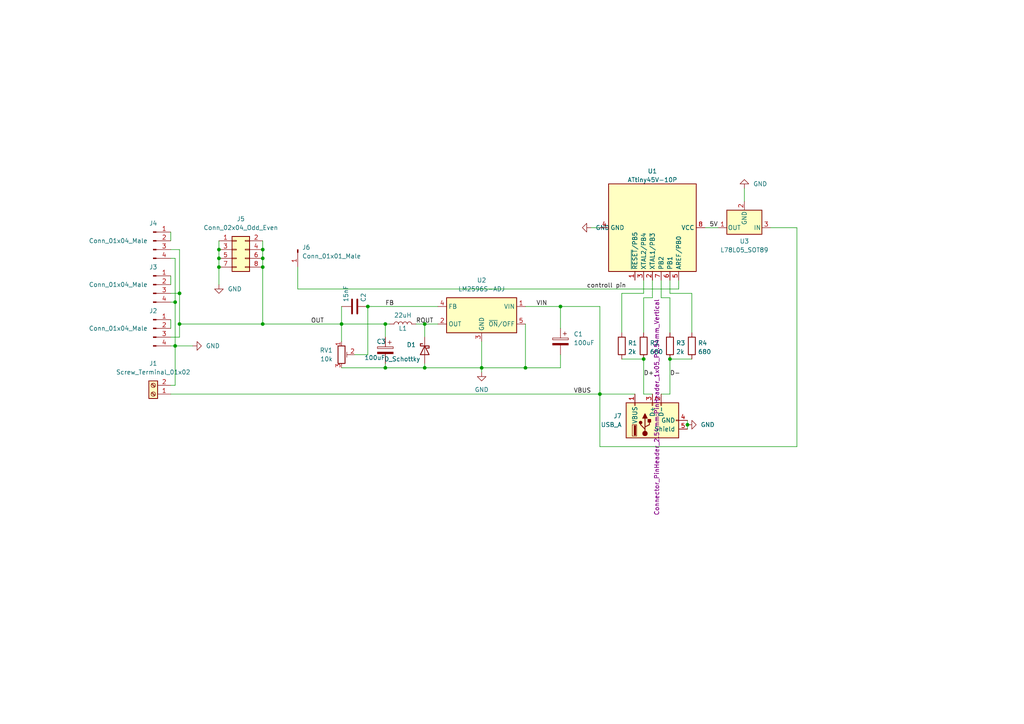
<source format=kicad_sch>
(kicad_sch (version 20211123) (generator eeschema)
  (paper "A4")
  (lib_symbols
    (symbol "Connector:Conn_01x01_Male" (pin_names (offset 1.016) hide)
      (property "Reference" "J" (at 0 2.54 0))
      (property "Value" "Conn_01x01_Male" (at 0 -2.54 0))
      (symbol "Conn_01x01_Male_1_1"
        (polyline (pts (xy 1.27 0) (xy 0.8636 0)) (stroke (width 0.1524)))
        (rectangle (start 0.8636 0.127) (end 0 -0.127) (stroke (width 0.1524)) (fill (type outline)))
        (pin passive line (at 5.08 0 180) (length 3.81) (name "Pin_1") (number "1"))
      )
    )
    (symbol "Connector:Conn_01x04_Male" (pin_names (offset 1.016) hide)
      (property "Reference" "J" (at 0 5.08 0))
      (property "Value" "Conn_01x04_Male" (at 0 -7.62 0))
      (symbol "Conn_01x04_Male_1_1"
        (polyline (pts (xy 1.27 -5.08) (xy 0.8636 -5.08)) (stroke (width 0.1524)))
        (polyline (pts (xy 1.27 -2.54) (xy 0.8636 -2.54)) (stroke (width 0.1524)))
        (polyline (pts (xy 1.27 0) (xy 0.8636 0)) (stroke (width 0.1524)))
        (polyline (pts (xy 1.27 2.54) (xy 0.8636 2.54)) (stroke (width 0.1524)))
        (rectangle (start 0.8636 -4.953) (end 0 -5.207) (stroke (width 0.1524)) (fill (type outline)))
        (rectangle (start 0.8636 -2.413) (end 0 -2.667) (stroke (width 0.1524)) (fill (type outline)))
        (rectangle (start 0.8636 0.127) (end 0 -0.127) (stroke (width 0.1524)) (fill (type outline)))
        (rectangle (start 0.8636 2.667) (end 0 2.413) (stroke (width 0.1524)) (fill (type outline)))
        (pin passive line (at 5.08 2.54 180) (length 3.81) (name "Pin_1") (number "1"))
        (pin passive line (at 5.08 0 180) (length 3.81) (name "Pin_2") (number "2"))
        (pin passive line (at 5.08 -2.54 180) (length 3.81) (name "Pin_3") (number "3"))
        (pin passive line (at 5.08 -5.08 180) (length 3.81) (name "Pin_4") (number "4"))
      )
    )
    (symbol "Connector:Screw_Terminal_01x02" (pin_names (offset 1.016) hide)
      (property "Reference" "J" (at 0 2.54 0))
      (property "Value" "Screw_Terminal_01x02" (at 0 -5.08 0))
      (symbol "Screw_Terminal_01x02_1_1"
        (rectangle (start -1.27 1.27) (end 1.27 -3.81) (stroke (width 0.254)) (fill (type background)))
        (circle (center 0 -2.54) (radius 0.635) (stroke (width 0.1524)))
        (polyline (pts (xy -0.5334 -2.2098) (xy 0.3302 -3.048)) (stroke (width 0.1524)))
        (polyline (pts (xy -0.5334 0.3302) (xy 0.3302 -0.508)) (stroke (width 0.1524)))
        (polyline (pts (xy -0.3556 -2.032) (xy 0.508 -2.8702)) (stroke (width 0.1524)))
        (polyline (pts (xy -0.3556 0.508) (xy 0.508 -0.3302)) (stroke (width 0.1524)))
        (circle (center 0 0) (radius 0.635) (stroke (width 0.1524)))
        (pin passive line (at -5.08 0 0) (length 3.81) (name "Pin_1") (number "1"))
        (pin passive line (at -5.08 -2.54 0) (length 3.81) (name "Pin_2") (number "2"))
      )
    )
    (symbol "Connector:USB_A" (pin_names (offset 1.016))
      (property "Reference" "J" (at -5.08 11.43 0))
      (property "Value" "USB_A" (at -5.08 8.89 0))
      (symbol "USB_A_0_1"
        (rectangle (start -5.08 -7.62) (end 5.08 7.62) (stroke (width 0.254)) (fill (type background)))
        (circle (center -3.81 2.159) (radius 0.635) (stroke (width 0.254)) (fill (type outline)))
        (rectangle (start -1.524 4.826) (end -4.318 5.334) (fill (type outline)))
        (rectangle (start -1.27 4.572) (end -4.572 5.842))
        (circle (center -0.635 3.429) (radius 0.381) (stroke (width 0.254)) (fill (type outline)))
        (rectangle (start -0.127 -7.62) (end 0.127 -6.858))
        (polyline (pts (xy -3.175 2.159) (xy -2.54 2.159) (xy -1.27 3.429) (xy -0.635 3.429)) (stroke (width 0.254)))
        (polyline (pts (xy -2.54 2.159) (xy -1.905 2.159) (xy -1.27 0.889) (xy 0 0.889)) (stroke (width 0.254)))
        (polyline (pts (xy 0.635 2.794) (xy 0.635 1.524) (xy 1.905 2.159) (xy 0.635 2.794)) (stroke (width 0.254)) (fill (type outline)))
        (rectangle (start 0.254 1.27) (end -0.508 0.508) (stroke (width 0.254)) (fill (type outline)))
        (rectangle (start 5.08 -2.667) (end 4.318 -2.413))
        (rectangle (start 5.08 -0.127) (end 4.318 0.127))
        (rectangle (start 5.08 4.953) (end 4.318 5.207))
      )
      (symbol "USB_A_1_1"
        (polyline (pts (xy -1.905 2.159) (xy 0.635 2.159)) (stroke (width 0.254)))
        (pin power_in line (at 7.62 5.08 180) (length 2.54) (name "VBUS") (number "1"))
        (pin bidirectional line (at 7.62 -2.54 180) (length 2.54) (name "D-") (number "2"))
        (pin bidirectional line (at 7.62 0 180) (length 2.54) (name "D+") (number "3"))
        (pin power_in line (at 0 -10.16 90) (length 2.54) (name "GND") (number "4"))
        (pin passive line (at -2.54 -10.16 90) (length 2.54) (name "Shield") (number "5"))
      )
    )
    (symbol "Connector_Generic:Conn_02x04_Odd_Even" (pin_names (offset 1.016) hide)
      (property "Reference" "J" (at 1.27 5.08 0))
      (property "Value" "Conn_02x04_Odd_Even" (at 1.27 -7.62 0))
      (symbol "Conn_02x04_Odd_Even_1_1"
        (rectangle (start -1.27 -4.953) (end 0 -5.207) (stroke (width 0.1524)))
        (rectangle (start -1.27 -2.413) (end 0 -2.667) (stroke (width 0.1524)))
        (rectangle (start -1.27 0.127) (end 0 -0.127) (stroke (width 0.1524)))
        (rectangle (start -1.27 2.667) (end 0 2.413) (stroke (width 0.1524)))
        (rectangle (start -1.27 3.81) (end 3.81 -6.35) (stroke (width 0.254)) (fill (type background)))
        (rectangle (start 3.81 -4.953) (end 2.54 -5.207) (stroke (width 0.1524)))
        (rectangle (start 3.81 -2.413) (end 2.54 -2.667) (stroke (width 0.1524)))
        (rectangle (start 3.81 0.127) (end 2.54 -0.127) (stroke (width 0.1524)))
        (rectangle (start 3.81 2.667) (end 2.54 2.413) (stroke (width 0.1524)))
        (pin passive line (at -5.08 2.54 0) (length 3.81) (name "Pin_1") (number "1"))
        (pin passive line (at 7.62 2.54 180) (length 3.81) (name "Pin_2") (number "2"))
        (pin passive line (at -5.08 0 0) (length 3.81) (name "Pin_3") (number "3"))
        (pin passive line (at 7.62 0 180) (length 3.81) (name "Pin_4") (number "4"))
        (pin passive line (at -5.08 -2.54 0) (length 3.81) (name "Pin_5") (number "5"))
        (pin passive line (at 7.62 -2.54 180) (length 3.81) (name "Pin_6") (number "6"))
        (pin passive line (at -5.08 -5.08 0) (length 3.81) (name "Pin_7") (number "7"))
        (pin passive line (at 7.62 -5.08 180) (length 3.81) (name "Pin_8") (number "8"))
      )
    )
    (symbol "Device:C" (pin_numbers hide) (pin_names (offset 0.254))
      (property "Reference" "C" (at 0.635 2.54 0))
      (property "Value" "C" (at 0.635 -2.54 0))
      (symbol "C_0_1"
        (polyline (pts (xy -2.032 -0.762) (xy 2.032 -0.762)) (stroke (width 0.508)))
        (polyline (pts (xy -2.032 0.762) (xy 2.032 0.762)) (stroke (width 0.508)))
      )
      (symbol "C_1_1"
        (pin passive line (at 0 3.81 270) (length 2.794) (name "~") (number "1"))
        (pin passive line (at 0 -3.81 90) (length 2.794) (name "~") (number "2"))
      )
    )
    (symbol "Device:C_Polarized" (pin_numbers hide) (pin_names (offset 0.254))
      (property "Reference" "C" (at 0.635 2.54 0))
      (property "Value" "C_Polarized" (at 0.635 -2.54 0))
      (symbol "C_Polarized_0_1"
        (rectangle (start -2.286 0.508) (end 2.286 1.016))
        (polyline (pts (xy -1.778 2.286) (xy -0.762 2.286)))
        (polyline (pts (xy -1.27 2.794) (xy -1.27 1.778)))
        (rectangle (start 2.286 -0.508) (end -2.286 -1.016) (fill (type outline)))
      )
      (symbol "C_Polarized_1_1"
        (pin passive line (at 0 3.81 270) (length 2.794) (name "~") (number "1"))
        (pin passive line (at 0 -3.81 90) (length 2.794) (name "~") (number "2"))
      )
    )
    (symbol "Device:D_Schottky" (pin_numbers hide) (pin_names (offset 1.016) hide)
      (property "Reference" "D" (at 0 2.54 0))
      (property "Value" "D_Schottky" (at 0 -2.54 0))
      (symbol "D_Schottky_0_1"
        (polyline (pts (xy 1.27 0) (xy -1.27 0)))
        (polyline (pts (xy 1.27 1.27) (xy 1.27 -1.27) (xy -1.27 0) (xy 1.27 1.27)) (stroke (width 0.254)))
        (polyline (pts (xy -1.905 0.635) (xy -1.905 1.27) (xy -1.27 1.27) (xy -1.27 -1.27) (xy -0.635 -1.27) (xy -0.635 -0.635)) (stroke (width 0.254)))
      )
      (symbol "D_Schottky_1_1"
        (pin passive line (at -3.81 0 0) (length 2.54) (name "K") (number "1"))
        (pin passive line (at 3.81 0 180) (length 2.54) (name "A") (number "2"))
      )
    )
    (symbol "Device:L" (pin_numbers hide) (pin_names (offset 1.016) hide)
      (property "Reference" "L" (at -1.27 0 90))
      (property "Value" "L" (at 1.905 0 90))
      (symbol "L_0_1"
        (arc (start 0 -2.54) (mid 0.635 -1.905) (end 0 -1.27))
        (arc (start 0 -1.27) (mid 0.635 -0.635) (end 0 0))
        (arc (start 0 0) (mid 0.635 0.635) (end 0 1.27))
        (arc (start 0 1.27) (mid 0.635 1.905) (end 0 2.54))
      )
      (symbol "L_1_1"
        (pin passive line (at 0 3.81 270) (length 1.27) (name "1") (number "1"))
        (pin passive line (at 0 -3.81 90) (length 1.27) (name "2") (number "2"))
      )
    )
    (symbol "Device:R" (pin_numbers hide) (pin_names (offset 0))
      (property "Reference" "R" (at 2.032 0 90))
      (property "Value" "R" (at 0 0 90))
      (symbol "R_0_1"
        (rectangle (start -1.016 -2.54) (end 1.016 2.54) (stroke (width 0.254)))
      )
      (symbol "R_1_1"
        (pin passive line (at 0 3.81 270) (length 1.27) (name "~") (number "1"))
        (pin passive line (at 0 -3.81 90) (length 1.27) (name "~") (number "2"))
      )
    )
    (symbol "Device:R_Potentiometer_Trim" (pin_names (offset 1.016) hide)
      (property "Reference" "RV" (at -4.445 0 90))
      (property "Value" "R_Potentiometer_Trim" (at -2.54 0 90))
      (symbol "R_Potentiometer_Trim_0_1"
        (polyline (pts (xy 1.524 0.762) (xy 1.524 -0.762)))
        (polyline (pts (xy 2.54 0) (xy 1.524 0)))
        (rectangle (start 1.016 2.54) (end -1.016 -2.54) (stroke (width 0.254)))
      )
      (symbol "R_Potentiometer_Trim_1_1"
        (pin passive line (at 0 3.81 270) (length 1.27) (name "1") (number "1"))
        (pin passive line (at 3.81 0 180) (length 1.27) (name "2") (number "2"))
        (pin passive line (at 0 -3.81 90) (length 1.27) (name "3") (number "3"))
      )
    )
    (symbol "MCU_Microchip_ATtiny:ATtiny45V-10P"
      (property "Reference" "U" (at -12.7 13.97 0))
      (property "Value" "ATtiny45V-10P" (at 2.54 -13.97 0))
      (symbol "ATtiny45V-10P_0_1"
        (rectangle (start -12.7 -12.7) (end 12.7 12.7) (stroke (width 0.254)) (fill (type background)))
      )
      (symbol "ATtiny45V-10P_1_1"
        (pin bidirectional line (at 15.24 -5.08 180) (length 2.54) (name "~{RESET}/PB5") (number "1"))
        (pin bidirectional line (at 15.24 0 180) (length 2.54) (name "XTAL1/PB3") (number "2"))
        (pin bidirectional line (at 15.24 -2.54 180) (length 2.54) (name "XTAL2/PB4") (number "3"))
        (pin power_in line (at 0 -15.24 90) (length 2.54) (name "GND") (number "4"))
        (pin bidirectional line (at 15.24 7.62 180) (length 2.54) (name "AREF/PB0") (number "5"))
        (pin bidirectional line (at 15.24 5.08 180) (length 2.54) (name "PB1") (number "6"))
        (pin bidirectional line (at 15.24 2.54 180) (length 2.54) (name "PB2") (number "7"))
        (pin power_in line (at 0 15.24 270) (length 2.54) (name "VCC") (number "8"))
      )
    )
    (symbol "Regulator_Linear:L78L05_SOT89" (pin_names (offset 0.254))
      (property "Reference" "U" (at -3.81 3.175 0))
      (property "Value" "L78L05_SOT89" (at -0.635 3.175 0))
      (symbol "L78L05_SOT89_0_1"
        (rectangle (start -5.08 1.905) (end 5.08 -5.08) (stroke (width 0.254)) (fill (type background)))
      )
      (symbol "L78L05_SOT89_1_1"
        (pin power_out line (at 7.62 0 180) (length 2.54) (name "OUT") (number "1"))
        (pin power_in line (at 0 -7.62 90) (length 2.54) (name "GND") (number "2"))
        (pin power_in line (at -7.62 0 0) (length 2.54) (name "IN") (number "3"))
      )
    )
    (symbol "Regulator_Switching:LM2596S-ADJ"
      (property "Reference" "U" (at -10.16 6.35 0))
      (property "Value" "LM2596S-ADJ" (at 0 6.35 0))
      (symbol "LM2596S-ADJ_0_1"
        (rectangle (start -10.16 5.08) (end 10.16 -5.08) (stroke (width 0.254)) (fill (type background)))
      )
      (symbol "LM2596S-ADJ_1_1"
        (pin power_in line (at -12.7 2.54 0) (length 2.54) (name "VIN") (number "1"))
        (pin output line (at 12.7 -2.54 180) (length 2.54) (name "OUT") (number "2"))
        (pin power_in line (at 0 -7.62 90) (length 2.54) (name "GND") (number "3"))
        (pin input line (at 12.7 2.54 180) (length 2.54) (name "FB") (number "4"))
        (pin input line (at -12.7 -2.54 0) (length 2.54) (name "~{ON}/OFF") (number "5"))
      )
    )
    (symbol "power:GND" (power) (pin_names (offset 0))
      (property "Value" "GND" (at 0 -3.81 0))
      (symbol "GND_0_1"
        (polyline (pts (xy 0 0) (xy 0 -1.27) (xy 1.27 -1.27) (xy 0 -2.54) (xy -1.27 -1.27) (xy 0 -1.27)))
      )
      (symbol "GND_1_1"
        (pin power_in line (at 0 0 270) (length 0) hide (name "GND") (number "1"))
      )
    )
  )
  (junction (at 199.39 123.19))
  (junction (at 173.99 114.3))
  (junction (at 152.4 106.68))
  (junction (at 186.69 104.14))
  (junction (at 111.76 93.98))
  (junction (at 76.2 74.93))
  (junction (at 162.56 88.9))
  (junction (at 76.2 93.98))
  (junction (at 50.8 100.33))
  (junction (at 99.06 93.98))
  (junction (at 52.07 85.09))
  (junction (at 76.2 77.47))
  (junction (at 63.5 72.39))
  (junction (at 123.19 93.98))
  (junction (at 50.8 87.63))
  (junction (at 111.76 106.68))
  (junction (at 123.19 106.68))
  (junction (at 52.07 93.98))
  (junction (at 106.68 88.9))
  (junction (at 63.5 74.93))
  (junction (at 76.2 72.39))
  (junction (at 63.5 77.47))
  (junction (at 139.7 106.68))
  (junction (at 194.31 104.14))
  (wire (pts (xy 215.9 54.61) (xy 215.9 58.42)))
  (wire (pts (xy 50.8 87.63) (xy 50.8 100.33)))
  (wire (pts (xy 184.15 114.3) (xy 173.99 114.3)))
  (wire (pts (xy 194.31 86.36) (xy 194.31 96.52)))
  (wire (pts (xy 231.14 66.04) (xy 223.52 66.04)))
  (wire (pts (xy 52.07 85.09) (xy 52.07 72.39)))
  (wire (pts (xy 139.7 99.06) (xy 139.7 106.68)))
  (wire (pts (xy 194.31 81.28) (xy 194.31 85.09)))
  (wire (pts (xy 189.23 114.3) (xy 186.69 114.3)))
  (wire (pts (xy 186.69 114.3) (xy 186.69 104.14)))
  (wire (pts (xy 106.68 88.9) (xy 127 88.9)))
  (wire (pts (xy 52.07 93.98) (xy 76.2 93.98)))
  (wire (pts (xy 76.2 77.47) (xy 76.2 93.98)))
  (wire (pts (xy 52.07 97.79) (xy 52.07 93.98)))
  (wire (pts (xy 186.69 85.09) (xy 180.34 85.09)))
  (wire (pts (xy 76.2 74.93) (xy 76.2 77.47)))
  (wire (pts (xy 99.06 93.98) (xy 99.06 99.06)))
  (wire (pts (xy 199.39 123.19) (xy 199.39 124.46)))
  (wire (pts (xy 49.53 100.33) (xy 50.8 100.33)))
  (wire (pts (xy 173.99 114.3) (xy 173.99 129.54)))
  (wire (pts (xy 63.5 69.85) (xy 63.5 72.39)))
  (wire (pts (xy 76.2 93.98) (xy 99.06 93.98)))
  (wire (pts (xy 49.53 74.93) (xy 50.8 74.93)))
  (wire (pts (xy 50.8 100.33) (xy 55.88 100.33)))
  (wire (pts (xy 52.07 72.39) (xy 49.53 72.39)))
  (wire (pts (xy 52.07 85.09) (xy 49.53 85.09)))
  (wire (pts (xy 86.36 83.82) (xy 86.36 77.47)))
  (wire (pts (xy 186.69 81.28) (xy 186.69 85.09)))
  (wire (pts (xy 106.68 102.87) (xy 102.87 102.87)))
  (wire (pts (xy 111.76 105.41) (xy 111.76 106.68)))
  (wire (pts (xy 194.31 85.09) (xy 200.66 85.09)))
  (wire (pts (xy 99.06 93.98) (xy 111.76 93.98)))
  (wire (pts (xy 49.53 97.79) (xy 52.07 97.79)))
  (wire (pts (xy 123.19 106.68) (xy 139.7 106.68)))
  (wire (pts (xy 200.66 85.09) (xy 200.66 96.52)))
  (wire (pts (xy 189.23 81.28) (xy 189.23 86.36)))
  (wire (pts (xy 76.2 69.85) (xy 76.2 72.39)))
  (wire (pts (xy 76.2 72.39) (xy 76.2 74.93)))
  (wire (pts (xy 196.85 81.28) (xy 196.85 83.82)))
  (wire (pts (xy 191.77 114.3) (xy 194.31 114.3)))
  (wire (pts (xy 63.5 72.39) (xy 63.5 74.93)))
  (wire (pts (xy 111.76 93.98) (xy 111.76 97.79)))
  (wire (pts (xy 99.06 93.98) (xy 99.06 88.9)))
  (wire (pts (xy 162.56 95.25) (xy 162.56 88.9)))
  (wire (pts (xy 127 93.98) (xy 123.19 93.98)))
  (wire (pts (xy 199.39 121.92) (xy 199.39 123.19)))
  (wire (pts (xy 171.45 66.04) (xy 173.99 66.04)))
  (wire (pts (xy 49.53 92.71) (xy 49.53 95.25)))
  (wire (pts (xy 123.19 105.41) (xy 123.19 106.68)))
  (wire (pts (xy 86.36 83.82) (xy 196.85 83.82)))
  (wire (pts (xy 49.53 87.63) (xy 50.8 87.63)))
  (wire (pts (xy 191.77 86.36) (xy 194.31 86.36)))
  (wire (pts (xy 139.7 106.68) (xy 139.7 107.95)))
  (wire (pts (xy 52.07 93.98) (xy 52.07 85.09)))
  (wire (pts (xy 99.06 106.68) (xy 111.76 106.68)))
  (wire (pts (xy 162.56 106.68) (xy 152.4 106.68)))
  (wire (pts (xy 63.5 77.47) (xy 63.5 82.55)))
  (wire (pts (xy 49.53 111.76) (xy 50.8 111.76)))
  (wire (pts (xy 50.8 74.93) (xy 50.8 87.63)))
  (wire (pts (xy 152.4 93.98) (xy 152.4 106.68)))
  (wire (pts (xy 113.03 93.98) (xy 111.76 93.98)))
  (wire (pts (xy 162.56 102.87) (xy 162.56 106.68)))
  (wire (pts (xy 123.19 93.98) (xy 120.65 93.98)))
  (wire (pts (xy 152.4 106.68) (xy 139.7 106.68)))
  (wire (pts (xy 173.99 129.54) (xy 231.14 129.54)))
  (wire (pts (xy 49.53 80.01) (xy 49.53 82.55)))
  (wire (pts (xy 191.77 81.28) (xy 191.77 86.36)))
  (wire (pts (xy 162.56 88.9) (xy 152.4 88.9)))
  (wire (pts (xy 194.31 114.3) (xy 194.31 104.14)))
  (wire (pts (xy 173.99 114.3) (xy 173.99 88.9)))
  (wire (pts (xy 189.23 86.36) (xy 186.69 86.36)))
  (wire (pts (xy 186.69 86.36) (xy 186.69 96.52)))
  (wire (pts (xy 180.34 85.09) (xy 180.34 96.52)))
  (wire (pts (xy 106.68 88.9) (xy 106.68 102.87)))
  (wire (pts (xy 173.99 88.9) (xy 162.56 88.9)))
  (wire (pts (xy 63.5 74.93) (xy 63.5 77.47)))
  (wire (pts (xy 49.53 114.3) (xy 173.99 114.3)))
  (wire (pts (xy 50.8 100.33) (xy 50.8 111.76)))
  (wire (pts (xy 49.53 67.31) (xy 49.53 69.85)))
  (wire (pts (xy 111.76 106.68) (xy 123.19 106.68)))
  (wire (pts (xy 123.19 93.98) (xy 123.19 97.79)))
  (wire (pts (xy 194.31 104.14) (xy 200.66 104.14)))
  (wire (pts (xy 204.47 66.04) (xy 208.28 66.04)))
  (wire (pts (xy 231.14 129.54) (xy 231.14 66.04)))
  (wire (pts (xy 180.34 104.14) (xy 186.69 104.14)))
  (label "OUT" (at 90.17 93.98 0))
  (label "FB" (at 114.3 88.9 180))
  (label "VIN" (at 158.75 88.9 180))
  (label "5V" (at 205.74 66.04 0))
  (label "D+" (at 186.69 109.22 0))
  (label "D-" (at 194.31 109.22 0))
  (label "controll pin" (at 170.18 83.82 0))
  (label "VBUS" (at 166.37 114.3 0))
  (label "ROUT" (at 125.73 93.98 180))
  (symbol (lib_id "Device:R_Potentiometer_Trim") (at 99.06 102.87 0) (unit 1)
    (property "Reference" "RV1" (at 96.52 101.5999 0) (effects (justify right)))
    (property "Value" "10k" (at 96.52 104.14 0) (effects (justify right)))
    (property "Footprint" "Potentiometer_THT:Potentiometer_Bourns_3266Y_Vertical" (effects hide))
  )
  (symbol (lib_id "Connector_Generic:Conn_02x04_Odd_Even") (at 68.58 72.39 0) (unit 1)
    (property "Reference" "J5" (at 69.85 63.5 0))
    (property "Value" "Conn_02x04_Odd_Even" (at 69.85 66.04 0))
    (property "Footprint" "Connector_PinHeader_2.54mm:PinHeader_2x04_P2.54mm_Vertical" (effects hide))
  )
  (symbol (lib_id "Device:C_Polarized") (at 111.76 101.6 0) (mirror y) (unit 1)
    (property "Reference" "C3" (at 109.22 99.06 0) (effects (justify right)))
    (property "Value" "100uF" (at 111.76 103.7591 0) (effects (justify left)))
    (property "Footprint" "Capacitor_THT:CP_Radial_D6.3mm_P2.50mm" (effects hide))
  )
  (symbol (lib_id "Regulator_Linear:L78L05_SOT89") (at 215.9 66.04 180) (unit 1)
    (property "Reference" "U3" (at 215.9 69.9754 0))
    (property "Value" "L78L05_SOT89" (at 215.9 72.5123 0))
    (property "Footprint" "Package_TO_SOT_SMD:SOT-89-3" (effects hide))
    (property "Datasheet" "http://www.st.com/content/ccc/resource/technical/document/datasheet/15/55/e5/aa/23/5b/43/fd/CD00000446.pdf/files/CD00000446.pdf/jcr:content/translations/en.CD00000446.pdf" (effects hide))
  )
  (symbol (lib_id "Device:R") (at 200.66 100.33 0) (unit 1)
    (property "Reference" "R4" (at 202.438 99.4953 0) (effects (justify left)))
    (property "Value" "680" (at 202.438 102.0322 0) (effects (justify left)))
    (property "Footprint" "Resistor_THT:R_Axial_DIN0207_L6.3mm_D2.5mm_P7.62mm_Horizontal" (effects hide))
  )
  (symbol (lib_id "Device:L") (at 116.84 93.98 270) (mirror x) (unit 1)
    (property "Reference" "L1" (at 116.84 95.25 90))
    (property "Value" "22uH" (at 116.84 91.44 90))
    (property "Footprint" "custom:sdr1006" (effects hide))
  )
  (symbol (lib_id "Device:D_Schottky") (at 123.19 101.6 90) (mirror x) (unit 1)
    (property "Reference" "D1" (at 120.65 100.0124 90) (effects (justify left)))
    (property "Value" "D_Schottky" (at 121.92 104.14 90) (effects (justify left)))
    (property "Footprint" "Diode_THT:D_DO-41_SOD81_P7.62mm_Horizontal" (effects hide))
  )
  (symbol (lib_id "Connector:USB_A") (at 189.23 121.92 90) (unit 1)
    (property "Reference" "J7" (at 180.34 120.6499 90) (effects (justify left)))
    (property "Value" "USB_A" (at 180.34 123.1899 90) (effects (justify left)))
    (property "Footprint" "Connector_PinHeader_2.54mm:PinHeader_1x05_P2.54mm_Vertical" (at 190.5 118.11 0))
    (property "Datasheet" " ~" (effects hide))
  )
  (symbol (lib_id "Connector:Conn_01x04_Male") (at 44.45 95.25 0) (unit 1)
    (property "Reference" "J2" (at 44.45 90.17 0))
    (property "Value" "Conn_01x04_Male" (at 34.29 95.25 0))
    (property "Footprint" "Connector_PinHeader_2.54mm:PinHeader_1x04_P2.54mm_Vertical" (effects hide))
  )
  (symbol (lib_id "Connector:Conn_01x04_Male") (at 44.45 69.85 0) (unit 1)
    (property "Reference" "J4" (at 44.45 64.77 0))
    (property "Value" "Conn_01x04_Male" (at 34.29 69.85 0))
    (property "Footprint" "Connector_PinHeader_2.54mm:PinHeader_1x04_P2.54mm_Vertical" (effects hide))
  )
  (symbol (lib_id "Regulator_Switching:LM2596S-ADJ") (at 139.7 91.44 0) (mirror y) (unit 1)
    (property "Reference" "U2" (at 139.7 81.28 0))
    (property "Value" "LM2596S-ADJ" (at 139.7 83.82 0))
    (property "Footprint" "Package_TO_SOT_SMD:TO-263-5_TabPin3" (effects hide))
    (property "Datasheet" "http://www.ti.com/lit/ds/symlink/lm2596.pdf" (effects hide))
  )
  (symbol (lib_id "power:GND") (at 55.88 100.33 90) (unit 1)
    (property "Reference" "#PWR0106" (effects hide))
    (property "Value" "GND" (at 59.69 100.3299 90) (effects (justify right)))
  )
  (symbol (lib_id "Device:R") (at 186.69 100.33 0) (unit 1)
    (property "Reference" "R2" (at 188.468 99.4953 0) (effects (justify left)))
    (property "Value" "680" (at 188.468 102.0322 0) (effects (justify left)))
    (property "Footprint" "Resistor_THT:R_Axial_DIN0207_L6.3mm_D2.5mm_P7.62mm_Horizontal" (effects hide))
  )
  (symbol (lib_id "power:GND") (at 63.5 82.55 0) (unit 1)
    (property "Reference" "#PWR0102" (effects hide))
    (property "Value" "GND" (at 66.04 83.8199 0) (effects (justify left)))
  )
  (symbol (lib_id "Connector:Conn_01x01_Male") (at 86.36 72.39 270) (unit 1)
    (property "Reference" "J6" (at 87.63 71.7549 90) (effects (justify left)))
    (property "Value" "Conn_01x01_Male" (at 87.63 74.2949 90) (effects (justify left)))
    (property "Footprint" "Connector_PinHeader_2.54mm:PinHeader_1x01_P2.54mm_Vertical" (effects hide))
  )
  (symbol (lib_id "power:GND") (at 215.9 54.61 180) (unit 1)
    (property "Reference" "#PWR0104" (effects hide))
    (property "Value" "GND" (at 218.44 53.3399 0) (effects (justify right)))
  )
  (symbol (lib_id "power:GND") (at 139.7 107.95 0) (mirror y) (unit 1)
    (property "Reference" "#PWR0105" (effects hide))
    (property "Value" "GND" (at 139.7 113.03 0))
  )
  (symbol (lib_id "power:GND") (at 171.45 66.04 270) (unit 1)
    (property "Reference" "#PWR0101" (effects hide))
    (property "Value" "GND" (at 172.72 66.0399 90) (effects (justify left)))
  )
  (symbol (lib_id "MCU_Microchip_ATtiny:ATtiny45V-10P") (at 189.23 66.04 270) (unit 1)
    (property "Reference" "U1" (at 189.23 49.6402 90))
    (property "Value" "ATtiny45V-10P" (at 189.23 52.1771 90))
    (property "Footprint" "Package_DIP:DIP-8_W7.62mm_Socket" (effects hide))
    (property "Datasheet" "http://ww1.microchip.com/downloads/en/DeviceDoc/atmel-2586-avr-8-bit-microcontroller-attiny25-attiny45-attiny85_datasheet.pdf" (effects hide))
  )
  (symbol (lib_id "power:GND") (at 199.39 123.19 90) (unit 1)
    (property "Reference" "#PWR0103" (effects hide))
    (property "Value" "GND" (at 203.2 123.1899 90) (effects (justify right)))
  )
  (symbol (lib_id "Device:C_Polarized") (at 162.56 99.06 0) (mirror y) (unit 1)
    (property "Reference" "C1" (at 166.37 96.9009 0) (effects (justify right)))
    (property "Value" "100uF" (at 166.37 99.4409 0) (effects (justify right)))
    (property "Footprint" "Capacitor_THT:CP_Radial_D6.3mm_P2.50mm" (effects hide))
  )
  (symbol (lib_id "Connector:Screw_Terminal_01x02") (at 44.45 114.3 180) (unit 1)
    (property "Reference" "J1" (at 44.45 105.41 0))
    (property "Value" "Screw_Terminal_01x02" (at 44.45 107.95 0))
    (property "Footprint" "TerminalBlock_Phoenix:TerminalBlock_Phoenix_MPT-0,5-2-2.54_1x02_P2.54mm_Horizontal" (effects hide))
  )
  (symbol (lib_id "Device:C") (at 102.87 88.9 270) (mirror x) (unit 1)
    (property "Reference" "C2" (at 105.41 87.63 0) (effects (justify left)))
    (property "Value" "15nF" (at 100.33 87.63 0) (effects (justify left)))
    (property "Footprint" "Capacitor_THT:C_Rect_L7.0mm_W2.5mm_P5.00mm" (effects hide))
  )
  (symbol (lib_id "Device:R") (at 180.34 100.33 0) (unit 1)
    (property "Reference" "R1" (at 182.118 99.4953 0) (effects (justify left)))
    (property "Value" "2k" (at 182.118 102.0322 0) (effects (justify left)))
    (property "Footprint" "Resistor_THT:R_Axial_DIN0207_L6.3mm_D2.5mm_P7.62mm_Horizontal" (effects hide))
  )
  (symbol (lib_id "Connector:Conn_01x04_Male") (at 44.45 82.55 0) (unit 1)
    (property "Reference" "J3" (at 44.45 77.47 0))
    (property "Value" "Conn_01x04_Male" (at 34.29 82.55 0))
    (property "Footprint" "Connector_PinHeader_2.54mm:PinHeader_1x04_P2.54mm_Vertical" (effects hide))
  )
  (symbol (lib_id "Device:R") (at 194.31 100.33 0) (unit 1)
    (property "Reference" "R3" (at 196.088 99.4953 0) (effects (justify left)))
    (property "Value" "2k" (at 196.088 102.0322 0) (effects (justify left)))
    (property "Footprint" "Resistor_THT:R_Axial_DIN0207_L6.3mm_D2.5mm_P7.62mm_Horizontal" (effects hide))
  )
)
</source>
